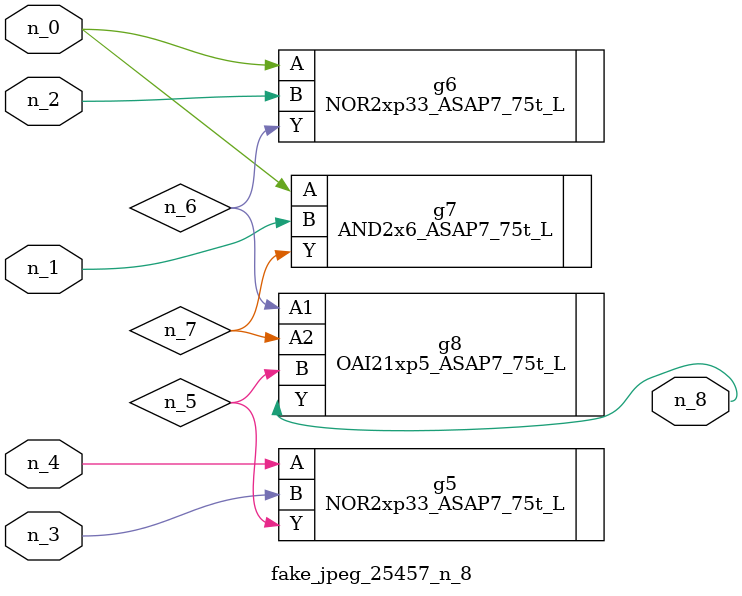
<source format=v>
module fake_jpeg_25457_n_8 (n_3, n_2, n_1, n_0, n_4, n_8);

input n_3;
input n_2;
input n_1;
input n_0;
input n_4;

output n_8;

wire n_6;
wire n_5;
wire n_7;

NOR2xp33_ASAP7_75t_L g5 ( 
.A(n_4),
.B(n_3),
.Y(n_5)
);

NOR2xp33_ASAP7_75t_L g6 ( 
.A(n_0),
.B(n_2),
.Y(n_6)
);

AND2x6_ASAP7_75t_L g7 ( 
.A(n_0),
.B(n_1),
.Y(n_7)
);

OAI21xp5_ASAP7_75t_L g8 ( 
.A1(n_6),
.A2(n_7),
.B(n_5),
.Y(n_8)
);


endmodule
</source>
